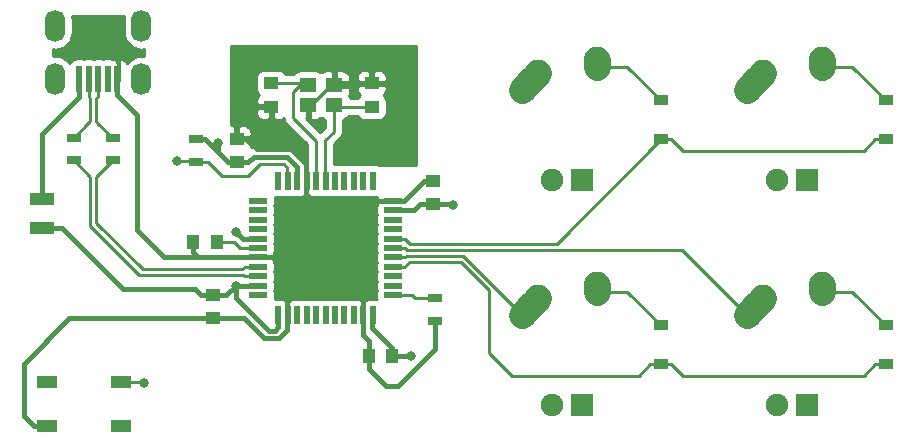
<source format=gbl>
G04 #@! TF.GenerationSoftware,KiCad,Pcbnew,(5.1.2)-1*
G04 #@! TF.CreationDate,2019-06-01T19:46:38-07:00*
G04 #@! TF.ProjectId,ai03-pcb-guide,61693033-2d70-4636-922d-67756964652e,rev?*
G04 #@! TF.SameCoordinates,Original*
G04 #@! TF.FileFunction,Copper,L2,Bot*
G04 #@! TF.FilePolarity,Positive*
%FSLAX46Y46*%
G04 Gerber Fmt 4.6, Leading zero omitted, Abs format (unit mm)*
G04 Created by KiCad (PCBNEW (5.1.2)-1) date 2019-06-01 19:46:38*
%MOMM*%
%LPD*%
G04 APERTURE LIST*
%ADD10R,1.400000X1.200000*%
%ADD11R,1.500000X0.550000*%
%ADD12R,0.550000X1.500000*%
%ADD13R,1.905000X1.905000*%
%ADD14C,1.905000*%
%ADD15C,2.250000*%
%ADD16C,2.250000*%
%ADD17R,1.250000X1.000000*%
%ADD18R,1.000000X1.250000*%
%ADD19R,1.200000X0.900000*%
%ADD20R,2.030000X1.140000*%
%ADD21R,1.300000X0.700000*%
%ADD22R,1.800000X1.100000*%
%ADD23R,0.500000X2.250000*%
%ADD24O,1.700000X2.700000*%
%ADD25C,0.800000*%
%ADD26C,0.254000*%
%ADD27C,0.381000*%
G04 APERTURE END LIST*
D10*
X59647000Y-70192000D03*
X57447000Y-70192000D03*
X57447000Y-68492000D03*
X59647000Y-68492000D03*
D11*
X53228000Y-86296000D03*
X53228000Y-85496000D03*
X53228000Y-84696000D03*
X53228000Y-83896000D03*
X53228000Y-83096000D03*
X53228000Y-82296000D03*
X53228000Y-81496000D03*
X53228000Y-80696000D03*
X53228000Y-79896000D03*
X53228000Y-79096000D03*
X53228000Y-78296000D03*
D12*
X54928000Y-76596000D03*
X55728000Y-76596000D03*
X56528000Y-76596000D03*
X57328000Y-76596000D03*
X58128000Y-76596000D03*
X58928000Y-76596000D03*
X59728000Y-76596000D03*
X60528000Y-76596000D03*
X61328000Y-76596000D03*
X62128000Y-76596000D03*
X62928000Y-76596000D03*
D11*
X64628000Y-78296000D03*
X64628000Y-79096000D03*
X64628000Y-79896000D03*
X64628000Y-80696000D03*
X64628000Y-81496000D03*
X64628000Y-82296000D03*
X64628000Y-83096000D03*
X64628000Y-83896000D03*
X64628000Y-84696000D03*
X64628000Y-85496000D03*
X64628000Y-86296000D03*
D12*
X62928000Y-87996000D03*
X62128000Y-87996000D03*
X61328000Y-87996000D03*
X60528000Y-87996000D03*
X59728000Y-87996000D03*
X58928000Y-87996000D03*
X58128000Y-87996000D03*
X57328000Y-87996000D03*
X56528000Y-87996000D03*
X55728000Y-87996000D03*
X54928000Y-87996000D03*
D13*
X99695000Y-95567500D03*
D14*
X97155000Y-95567500D03*
D15*
X95925000Y-86487500D03*
X95270001Y-87217500D03*
D16*
X94615000Y-87947500D02*
X95925002Y-86487500D01*
D15*
X100965000Y-85407500D03*
X100945000Y-85697500D03*
D16*
X100925000Y-85987500D02*
X100965000Y-85407500D01*
D13*
X80645000Y-95567500D03*
D14*
X78105000Y-95567500D03*
D15*
X76875000Y-86487500D03*
X76220001Y-87217500D03*
D16*
X75565000Y-87947500D02*
X76875002Y-86487500D01*
D15*
X81915000Y-85407500D03*
X81895000Y-85697500D03*
D16*
X81875000Y-85987500D02*
X81915000Y-85407500D01*
D13*
X99695000Y-76517500D03*
D14*
X97155000Y-76517500D03*
D15*
X95925000Y-67437500D03*
X95270001Y-68167500D03*
D16*
X94615000Y-68897500D02*
X95925002Y-67437500D01*
D15*
X100965000Y-66357500D03*
X100945000Y-66647500D03*
D16*
X100925000Y-66937500D02*
X100965000Y-66357500D01*
D13*
X80645000Y-76517500D03*
D14*
X78105000Y-76517500D03*
D15*
X76875000Y-67437500D03*
X76220001Y-68167500D03*
D16*
X75565000Y-68897500D02*
X76875002Y-67437500D01*
D15*
X81915000Y-66357500D03*
X81895000Y-66647500D03*
D16*
X81875000Y-66937500D02*
X81915000Y-66357500D01*
D17*
X62833250Y-70342000D03*
X62833250Y-68342000D03*
X54324250Y-70342000D03*
X54324250Y-68342000D03*
D18*
X47736250Y-81788000D03*
X49736250Y-81788000D03*
D17*
X51403250Y-73041000D03*
X51403250Y-75041000D03*
X68040250Y-78597000D03*
X68040250Y-76597000D03*
D18*
X62595250Y-91440000D03*
X64595250Y-91440000D03*
D17*
X49403000Y-86249000D03*
X49403000Y-88249000D03*
D19*
X87312500Y-73087500D03*
X87312500Y-69787500D03*
X106362500Y-69787500D03*
X106362500Y-73087500D03*
X87312500Y-92137500D03*
X87312500Y-88837500D03*
X106362500Y-88837500D03*
X106362500Y-92137500D03*
D20*
X34925000Y-78175000D03*
X34925000Y-80575000D03*
D21*
X47974250Y-73091000D03*
X47974250Y-74991000D03*
X40894000Y-74864000D03*
X40894000Y-72964000D03*
X37592000Y-72964000D03*
X37592000Y-74864000D03*
X68199000Y-86553000D03*
X68199000Y-88453000D03*
D22*
X35384001Y-97357845D03*
X41584001Y-93657845D03*
X35384001Y-93657845D03*
X41584001Y-97357845D03*
D23*
X41287500Y-68000000D03*
X40487500Y-68000000D03*
X39687500Y-68000000D03*
X38887500Y-68000000D03*
X38087500Y-68000000D03*
D24*
X36037500Y-68000000D03*
X43337500Y-68000000D03*
X43337500Y-63500000D03*
X36037500Y-63500000D03*
D25*
X51308000Y-80899000D03*
X51308000Y-85471000D03*
X49784000Y-73406000D03*
X69723000Y-78613000D03*
X66167000Y-91440000D03*
X43561000Y-93726000D03*
X46355000Y-74930000D03*
D26*
X59765250Y-70342000D02*
X59615250Y-70192000D01*
X62833250Y-70342000D02*
X59765250Y-70342000D01*
X59615250Y-72433000D02*
X58896250Y-73152000D01*
X59615250Y-70192000D02*
X59615250Y-72433000D01*
X58896250Y-76596000D02*
X58896250Y-73152000D01*
D27*
X57415250Y-70192000D02*
X57671600Y-70192000D01*
X59371600Y-68492000D02*
X59615250Y-68492000D01*
D26*
X57671600Y-70192000D02*
X59371600Y-68492000D01*
D27*
X59765250Y-68342000D02*
X59615250Y-68492000D01*
X62833250Y-68342000D02*
X59765250Y-68342000D01*
X59615250Y-68492000D02*
X59615250Y-67362250D01*
X59615250Y-67362250D02*
X59182000Y-66929000D01*
X59182000Y-66929000D02*
X53086000Y-66929000D01*
X53086000Y-66929000D02*
X52705000Y-67310000D01*
X52705000Y-67310000D02*
X52705000Y-69850000D01*
X53197000Y-70342000D02*
X54324250Y-70342000D01*
X52705000Y-69850000D02*
X53197000Y-70342000D01*
X54324250Y-70342000D02*
X54324250Y-71215250D01*
X54324250Y-71215250D02*
X57296250Y-74187250D01*
X57296250Y-74187250D02*
X57296250Y-75311000D01*
X57296250Y-75311000D02*
X57296250Y-76596000D01*
X55696250Y-87996000D02*
X55696250Y-84398250D01*
X54394000Y-83096000D02*
X53196250Y-83096000D01*
X55696250Y-84398250D02*
X54394000Y-83096000D01*
X62096250Y-87996000D02*
X62096250Y-85591250D01*
X60903250Y-84398250D02*
X55696250Y-84398250D01*
X62096250Y-85591250D02*
X60903250Y-84398250D01*
X53196250Y-83096000D02*
X48171000Y-83096000D01*
X47736250Y-82661250D02*
X47736250Y-81788000D01*
X48171000Y-83096000D02*
X47736250Y-82661250D01*
X41287500Y-68000000D02*
X41287500Y-69354500D01*
X41287500Y-69354500D02*
X42926000Y-70993000D01*
X42926000Y-70993000D02*
X42926000Y-80772000D01*
X45250000Y-83096000D02*
X48171000Y-83096000D01*
X42926000Y-80772000D02*
X45250000Y-83096000D01*
X68040250Y-76597000D02*
X67294000Y-76597000D01*
X65595000Y-78296000D02*
X64596250Y-78296000D01*
X67294000Y-76597000D02*
X65595000Y-78296000D01*
X57296250Y-75203250D02*
X57296250Y-75311000D01*
X56007000Y-73914000D02*
X57296250Y-75203250D01*
X53086000Y-73914000D02*
X56007000Y-73914000D01*
X52213000Y-73041000D02*
X53086000Y-73914000D01*
X51403250Y-73041000D02*
X52213000Y-73041000D01*
X52054000Y-88249000D02*
X49403000Y-88249000D01*
X53721000Y-89916000D02*
X52054000Y-88249000D01*
X54991000Y-89916000D02*
X53721000Y-89916000D01*
X55696250Y-89210750D02*
X54991000Y-89916000D01*
X55696250Y-87996000D02*
X55696250Y-89210750D01*
X68199000Y-88453000D02*
X68199000Y-90805000D01*
X68199000Y-90805000D02*
X65024000Y-93980000D01*
X65024000Y-93980000D02*
X64008000Y-93980000D01*
X62595250Y-92567250D02*
X62595250Y-91440000D01*
X64008000Y-93980000D02*
X62595250Y-92567250D01*
X62096250Y-87996000D02*
X62096250Y-89655250D01*
X62595250Y-90154250D02*
X62595250Y-91440000D01*
X62096250Y-89655250D02*
X62595250Y-90154250D01*
X64596250Y-78296000D02*
X62420000Y-78296000D01*
X60903250Y-79812750D02*
X60903250Y-84398250D01*
X62420000Y-78296000D02*
X60903250Y-79812750D01*
X57296250Y-76596000D02*
X57296250Y-77743250D01*
X59365750Y-79812750D02*
X60903250Y-79812750D01*
X57296250Y-77743250D02*
X59365750Y-79812750D01*
X35384001Y-97357845D02*
X34238845Y-97357845D01*
X34238845Y-97357845D02*
X33401000Y-96520000D01*
X33401000Y-96520000D02*
X33401000Y-92075000D01*
X37227000Y-88249000D02*
X49403000Y-88249000D01*
X33401000Y-92075000D02*
X37227000Y-88249000D01*
D26*
X58096250Y-76596000D02*
X58096250Y-73209250D01*
X58096250Y-73209250D02*
X56134000Y-71247000D01*
X56134000Y-71247000D02*
X56134000Y-69088000D01*
X56730000Y-68492000D02*
X57415250Y-68492000D01*
X56134000Y-69088000D02*
X56730000Y-68492000D01*
X57265250Y-68342000D02*
X57415250Y-68492000D01*
X54324250Y-68342000D02*
X57265250Y-68342000D01*
X53196250Y-82296000D02*
X51689000Y-82296000D01*
X51181000Y-81788000D02*
X49736250Y-81788000D01*
X51689000Y-82296000D02*
X51181000Y-81788000D01*
D27*
X62896250Y-87996000D02*
X62896250Y-89058250D01*
X64595250Y-90757250D02*
X64595250Y-91440000D01*
X62896250Y-89058250D02*
X64595250Y-90757250D01*
X53196250Y-81496000D02*
X51905000Y-81496000D01*
X51905000Y-81496000D02*
X51308000Y-80899000D01*
X53171250Y-85471000D02*
X53196250Y-85496000D01*
X51308000Y-85471000D02*
X53171250Y-85471000D01*
X50530000Y-86249000D02*
X51308000Y-85471000D01*
X49403000Y-86249000D02*
X50530000Y-86249000D01*
X54896250Y-88994750D02*
X54896250Y-87996000D01*
X36633000Y-80575000D02*
X34925000Y-80575000D01*
X47863000Y-85725000D02*
X48387000Y-86249000D01*
X41783000Y-85725000D02*
X47863000Y-85725000D01*
X49403000Y-86249000D02*
X48387000Y-86249000D01*
X41783000Y-85725000D02*
X36633000Y-80575000D01*
X66920000Y-78597000D02*
X66421000Y-79096000D01*
X68040250Y-78597000D02*
X66920000Y-78597000D01*
X64596250Y-79096000D02*
X66421000Y-79096000D01*
X56496250Y-75419250D02*
X56496250Y-76596000D01*
X55626000Y-74549000D02*
X56496250Y-75419250D01*
X52832000Y-74549000D02*
X55626000Y-74549000D01*
X51403250Y-75041000D02*
X52340000Y-75041000D01*
X52340000Y-75041000D02*
X52832000Y-74549000D01*
X51403250Y-75041000D02*
X50657000Y-75041000D01*
X48707000Y-73091000D02*
X47974250Y-73091000D01*
X49784000Y-73406000D02*
X49784000Y-74168000D01*
X50657000Y-75041000D02*
X49784000Y-74168000D01*
X49784000Y-74168000D02*
X48707000Y-73091000D01*
X51308000Y-85471000D02*
X51308000Y-86487000D01*
X51308000Y-86487000D02*
X54102000Y-89281000D01*
X54610000Y-89281000D02*
X54896250Y-88994750D01*
X54102000Y-89281000D02*
X54610000Y-89281000D01*
X68040250Y-78597000D02*
X69707000Y-78597000D01*
X69707000Y-78597000D02*
X69723000Y-78613000D01*
X64595250Y-91440000D02*
X66167000Y-91440000D01*
D26*
X88200500Y-73087500D02*
X87312500Y-73087500D01*
X89154000Y-74041000D02*
X88200500Y-73087500D01*
X104521000Y-74041000D02*
X89154000Y-74041000D01*
X106362500Y-73087500D02*
X105474500Y-73087500D01*
X105474500Y-73087500D02*
X104521000Y-74041000D01*
X64596250Y-81496000D02*
X65621000Y-81496000D01*
X65621000Y-81496000D02*
X66040000Y-81915000D01*
X78485000Y-81915000D02*
X87312500Y-73087500D01*
X66040000Y-81915000D02*
X78485000Y-81915000D01*
X84462500Y-66937500D02*
X87312500Y-69787500D01*
X81875000Y-66937500D02*
X84462500Y-66937500D01*
X103512500Y-66937500D02*
X106362500Y-69787500D01*
X100925000Y-66937500D02*
X103512500Y-66937500D01*
X106362500Y-92137500D02*
X105474500Y-92137500D01*
X105474500Y-92137500D02*
X104521000Y-93091000D01*
X104521000Y-93091000D02*
X89154000Y-93091000D01*
X88200500Y-92137500D02*
X87312500Y-92137500D01*
X89154000Y-93091000D02*
X88200500Y-92137500D01*
X86424500Y-92137500D02*
X85471000Y-93091000D01*
X85471000Y-93091000D02*
X74676000Y-93091000D01*
X87312500Y-92137500D02*
X86424500Y-92137500D01*
X64596250Y-83896000D02*
X65583000Y-83896000D01*
X65583000Y-83896000D02*
X66040000Y-83439000D01*
X66040000Y-83439000D02*
X70358000Y-83439000D01*
X72771000Y-85852000D02*
X72771000Y-91186000D01*
X70358000Y-83439000D02*
X72771000Y-85852000D01*
X74676000Y-93091000D02*
X72771000Y-91186000D01*
X84462500Y-85987500D02*
X87312500Y-88837500D01*
X81875000Y-85987500D02*
X84462500Y-85987500D01*
X103512500Y-85987500D02*
X106362500Y-88837500D01*
X100925000Y-85987500D02*
X103512500Y-85987500D01*
D27*
X34925000Y-78175000D02*
X34925000Y-72644000D01*
X38087500Y-69481500D02*
X38087500Y-68000000D01*
X34925000Y-72644000D02*
X38087500Y-69481500D01*
D26*
X64596250Y-83096000D02*
X65621000Y-83096000D01*
X65621000Y-83096000D02*
X65786000Y-82931000D01*
X70548500Y-82931000D02*
X75565000Y-87947500D01*
X65786000Y-82931000D02*
X70548500Y-82931000D01*
X64596250Y-82296000D02*
X65659000Y-82296000D01*
X65659000Y-82296000D02*
X65786000Y-82423000D01*
X89090500Y-82423000D02*
X94615000Y-87947500D01*
X65786000Y-82423000D02*
X89090500Y-82423000D01*
X55696250Y-76596000D02*
X55696250Y-75508250D01*
X55696250Y-75508250D02*
X55372000Y-75184000D01*
X55372000Y-75184000D02*
X53340000Y-75184000D01*
X53340000Y-75184000D02*
X52324000Y-76200000D01*
X52324000Y-76200000D02*
X50165000Y-76200000D01*
X48956000Y-74991000D02*
X47974250Y-74991000D01*
X50165000Y-76200000D02*
X48956000Y-74991000D01*
X41584001Y-93657845D02*
X43492845Y-93657845D01*
X43492845Y-93657845D02*
X43561000Y-93726000D01*
X47913250Y-74930000D02*
X47974250Y-74991000D01*
X46355000Y-74930000D02*
X47913250Y-74930000D01*
X52070000Y-83896000D02*
X53196250Y-83896000D01*
X51892000Y-84074000D02*
X52070000Y-83896000D01*
X43434000Y-84074000D02*
X51892000Y-84074000D01*
X39497000Y-80137000D02*
X43434000Y-84074000D01*
X39497000Y-76261000D02*
X39497000Y-80137000D01*
X40894000Y-74864000D02*
X39497000Y-76261000D01*
X39687500Y-71757500D02*
X40894000Y-72964000D01*
X39687500Y-69469000D02*
X39624000Y-69469000D01*
X39687500Y-68000000D02*
X39687500Y-69469000D01*
X39624000Y-69469000D02*
X39497000Y-69596000D01*
X39497000Y-71567000D02*
X39687500Y-71757500D01*
X39497000Y-69596000D02*
X39497000Y-71567000D01*
X38674000Y-71882000D02*
X37592000Y-72964000D01*
X38989000Y-71567000D02*
X38674000Y-71882000D01*
X38989000Y-69570500D02*
X38989000Y-71567000D01*
X38887500Y-69469000D02*
X38989000Y-69570500D01*
X38887500Y-68000000D02*
X38887500Y-69469000D01*
X52070000Y-84696000D02*
X53196250Y-84696000D01*
X51956000Y-84582000D02*
X52070000Y-84696000D01*
X43116500Y-84582000D02*
X51956000Y-84582000D01*
X38989000Y-80454500D02*
X43116500Y-84582000D01*
X38989000Y-76261000D02*
X38989000Y-80454500D01*
X37592000Y-74864000D02*
X38989000Y-76261000D01*
X64596250Y-86296000D02*
X66230000Y-86296000D01*
X66487000Y-86553000D02*
X68199000Y-86553000D01*
X66230000Y-86296000D02*
X66487000Y-86553000D01*
G36*
X41873987Y-62708889D02*
G01*
X41852500Y-62927050D01*
X41852500Y-64072949D01*
X41873987Y-64291110D01*
X41958901Y-64571033D01*
X42096794Y-64829013D01*
X42282366Y-65055134D01*
X42508486Y-65240706D01*
X42766466Y-65378599D01*
X43046389Y-65463513D01*
X43337500Y-65492185D01*
X43529250Y-65473299D01*
X43529250Y-66026701D01*
X43337500Y-66007815D01*
X43046390Y-66036487D01*
X42766467Y-66121401D01*
X42508487Y-66259294D01*
X42282367Y-66444866D01*
X42127623Y-66633421D01*
X42071906Y-66526366D01*
X41993623Y-66428807D01*
X41897811Y-66348396D01*
X41788152Y-66288221D01*
X41668861Y-66250596D01*
X41569250Y-66240000D01*
X41410500Y-66398750D01*
X41410500Y-67873000D01*
X41434500Y-67873000D01*
X41434500Y-68127000D01*
X41410500Y-68127000D01*
X41410500Y-68147000D01*
X41375572Y-68147000D01*
X41375572Y-66875000D01*
X41363312Y-66750518D01*
X41327002Y-66630820D01*
X41268037Y-66520506D01*
X41188685Y-66423815D01*
X41164500Y-66403967D01*
X41164500Y-66398750D01*
X41005750Y-66240000D01*
X40906139Y-66250596D01*
X40886766Y-66256706D01*
X40861982Y-66249188D01*
X40737500Y-66236928D01*
X40237500Y-66236928D01*
X40113018Y-66249188D01*
X40087500Y-66256929D01*
X40061982Y-66249188D01*
X39937500Y-66236928D01*
X39437500Y-66236928D01*
X39313018Y-66249188D01*
X39287500Y-66256929D01*
X39261982Y-66249188D01*
X39137500Y-66236928D01*
X38637500Y-66236928D01*
X38513018Y-66249188D01*
X38487500Y-66256929D01*
X38461982Y-66249188D01*
X38337500Y-66236928D01*
X37837500Y-66236928D01*
X37713018Y-66249188D01*
X37593320Y-66285498D01*
X37483006Y-66344463D01*
X37386315Y-66423815D01*
X37306963Y-66520506D01*
X37247998Y-66630820D01*
X37247254Y-66633271D01*
X37092634Y-66444866D01*
X36866514Y-66259294D01*
X36608534Y-66121401D01*
X36328611Y-66036487D01*
X36037500Y-66007815D01*
X35845750Y-66026701D01*
X35845750Y-65473299D01*
X36037500Y-65492185D01*
X36328610Y-65463513D01*
X36608533Y-65378599D01*
X36866513Y-65240706D01*
X37092634Y-65055134D01*
X37278206Y-64829014D01*
X37416099Y-64571034D01*
X37501013Y-64291111D01*
X37522500Y-64072950D01*
X37522500Y-62927050D01*
X37501013Y-62708889D01*
X37474807Y-62622500D01*
X41900193Y-62622500D01*
X41873987Y-62708889D01*
X41873987Y-62708889D01*
G37*
X41873987Y-62708889D02*
X41852500Y-62927050D01*
X41852500Y-64072949D01*
X41873987Y-64291110D01*
X41958901Y-64571033D01*
X42096794Y-64829013D01*
X42282366Y-65055134D01*
X42508486Y-65240706D01*
X42766466Y-65378599D01*
X43046389Y-65463513D01*
X43337500Y-65492185D01*
X43529250Y-65473299D01*
X43529250Y-66026701D01*
X43337500Y-66007815D01*
X43046390Y-66036487D01*
X42766467Y-66121401D01*
X42508487Y-66259294D01*
X42282367Y-66444866D01*
X42127623Y-66633421D01*
X42071906Y-66526366D01*
X41993623Y-66428807D01*
X41897811Y-66348396D01*
X41788152Y-66288221D01*
X41668861Y-66250596D01*
X41569250Y-66240000D01*
X41410500Y-66398750D01*
X41410500Y-67873000D01*
X41434500Y-67873000D01*
X41434500Y-68127000D01*
X41410500Y-68127000D01*
X41410500Y-68147000D01*
X41375572Y-68147000D01*
X41375572Y-66875000D01*
X41363312Y-66750518D01*
X41327002Y-66630820D01*
X41268037Y-66520506D01*
X41188685Y-66423815D01*
X41164500Y-66403967D01*
X41164500Y-66398750D01*
X41005750Y-66240000D01*
X40906139Y-66250596D01*
X40886766Y-66256706D01*
X40861982Y-66249188D01*
X40737500Y-66236928D01*
X40237500Y-66236928D01*
X40113018Y-66249188D01*
X40087500Y-66256929D01*
X40061982Y-66249188D01*
X39937500Y-66236928D01*
X39437500Y-66236928D01*
X39313018Y-66249188D01*
X39287500Y-66256929D01*
X39261982Y-66249188D01*
X39137500Y-66236928D01*
X38637500Y-66236928D01*
X38513018Y-66249188D01*
X38487500Y-66256929D01*
X38461982Y-66249188D01*
X38337500Y-66236928D01*
X37837500Y-66236928D01*
X37713018Y-66249188D01*
X37593320Y-66285498D01*
X37483006Y-66344463D01*
X37386315Y-66423815D01*
X37306963Y-66520506D01*
X37247998Y-66630820D01*
X37247254Y-66633271D01*
X37092634Y-66444866D01*
X36866514Y-66259294D01*
X36608534Y-66121401D01*
X36328611Y-66036487D01*
X36037500Y-66007815D01*
X35845750Y-66026701D01*
X35845750Y-65473299D01*
X36037500Y-65492185D01*
X36328610Y-65463513D01*
X36608533Y-65378599D01*
X36866513Y-65240706D01*
X37092634Y-65055134D01*
X37278206Y-64829014D01*
X37416099Y-64571034D01*
X37501013Y-64291111D01*
X37522500Y-64072950D01*
X37522500Y-62927050D01*
X37501013Y-62708889D01*
X37474807Y-62622500D01*
X41900193Y-62622500D01*
X41873987Y-62708889D01*
G36*
X66548000Y-75279250D02*
G01*
X63489745Y-75279250D01*
X63447180Y-75256498D01*
X63327482Y-75220188D01*
X63203000Y-75207928D01*
X62653000Y-75207928D01*
X62528518Y-75220188D01*
X62528000Y-75220345D01*
X62527482Y-75220188D01*
X62403000Y-75207928D01*
X61853000Y-75207928D01*
X61728518Y-75220188D01*
X61728000Y-75220345D01*
X61727482Y-75220188D01*
X61603000Y-75207928D01*
X61053000Y-75207928D01*
X60928518Y-75220188D01*
X60928000Y-75220345D01*
X60927482Y-75220188D01*
X60803000Y-75207928D01*
X60253000Y-75207928D01*
X60128518Y-75220188D01*
X60128000Y-75220345D01*
X60127482Y-75220188D01*
X60003000Y-75207928D01*
X59658250Y-75207928D01*
X59658250Y-73467630D01*
X60127596Y-72998284D01*
X60156672Y-72974422D01*
X60217107Y-72900781D01*
X60251895Y-72858393D01*
X60291735Y-72783857D01*
X60322652Y-72726015D01*
X60366224Y-72582378D01*
X60377250Y-72470426D01*
X60377250Y-72470423D01*
X60380936Y-72433000D01*
X60377250Y-72395577D01*
X60377250Y-71427093D01*
X60471482Y-71417812D01*
X60591180Y-71381502D01*
X60701494Y-71322537D01*
X60798185Y-71243185D01*
X60877537Y-71146494D01*
X60900251Y-71104000D01*
X61628273Y-71104000D01*
X61677713Y-71196494D01*
X61757065Y-71293185D01*
X61853756Y-71372537D01*
X61964070Y-71431502D01*
X62083768Y-71467812D01*
X62208250Y-71480072D01*
X63458250Y-71480072D01*
X63582732Y-71467812D01*
X63702430Y-71431502D01*
X63812744Y-71372537D01*
X63909435Y-71293185D01*
X63988787Y-71196494D01*
X64047752Y-71086180D01*
X64084062Y-70966482D01*
X64096322Y-70842000D01*
X64096322Y-69842000D01*
X64084062Y-69717518D01*
X64047752Y-69597820D01*
X63988787Y-69487506D01*
X63909435Y-69390815D01*
X63849954Y-69342000D01*
X63909435Y-69293185D01*
X63988787Y-69196494D01*
X64047752Y-69086180D01*
X64084062Y-68966482D01*
X64096322Y-68842000D01*
X64093250Y-68627750D01*
X63934500Y-68469000D01*
X62960250Y-68469000D01*
X62960250Y-68489000D01*
X62706250Y-68489000D01*
X62706250Y-68469000D01*
X61732000Y-68469000D01*
X61573250Y-68627750D01*
X61570178Y-68842000D01*
X61582438Y-68966482D01*
X61618748Y-69086180D01*
X61677713Y-69196494D01*
X61757065Y-69293185D01*
X61816546Y-69342000D01*
X61757065Y-69390815D01*
X61677713Y-69487506D01*
X61628273Y-69580000D01*
X60983890Y-69580000D01*
X60972812Y-69467518D01*
X60936502Y-69347820D01*
X60933391Y-69342000D01*
X60936502Y-69336180D01*
X60972812Y-69216482D01*
X60985072Y-69092000D01*
X60982000Y-68777750D01*
X60823250Y-68619000D01*
X59774000Y-68619000D01*
X59774000Y-68639000D01*
X59520000Y-68639000D01*
X59520000Y-68619000D01*
X59500000Y-68619000D01*
X59500000Y-68365000D01*
X59520000Y-68365000D01*
X59520000Y-67415750D01*
X59774000Y-67415750D01*
X59774000Y-68365000D01*
X60823250Y-68365000D01*
X60982000Y-68206250D01*
X60985072Y-67892000D01*
X60980148Y-67842000D01*
X61570178Y-67842000D01*
X61573250Y-68056250D01*
X61732000Y-68215000D01*
X62706250Y-68215000D01*
X62706250Y-67365750D01*
X62960250Y-67365750D01*
X62960250Y-68215000D01*
X63934500Y-68215000D01*
X64093250Y-68056250D01*
X64096322Y-67842000D01*
X64084062Y-67717518D01*
X64047752Y-67597820D01*
X63988787Y-67487506D01*
X63909435Y-67390815D01*
X63812744Y-67311463D01*
X63702430Y-67252498D01*
X63582732Y-67216188D01*
X63458250Y-67203928D01*
X63119000Y-67207000D01*
X62960250Y-67365750D01*
X62706250Y-67365750D01*
X62547500Y-67207000D01*
X62208250Y-67203928D01*
X62083768Y-67216188D01*
X61964070Y-67252498D01*
X61853756Y-67311463D01*
X61757065Y-67390815D01*
X61677713Y-67487506D01*
X61618748Y-67597820D01*
X61582438Y-67717518D01*
X61570178Y-67842000D01*
X60980148Y-67842000D01*
X60972812Y-67767518D01*
X60936502Y-67647820D01*
X60877537Y-67537506D01*
X60798185Y-67440815D01*
X60701494Y-67361463D01*
X60591180Y-67302498D01*
X60471482Y-67266188D01*
X60347000Y-67253928D01*
X59932750Y-67257000D01*
X59774000Y-67415750D01*
X59520000Y-67415750D01*
X59361250Y-67257000D01*
X58947000Y-67253928D01*
X58822518Y-67266188D01*
X58702820Y-67302498D01*
X58592506Y-67361463D01*
X58547000Y-67398809D01*
X58501494Y-67361463D01*
X58391180Y-67302498D01*
X58271482Y-67266188D01*
X58147000Y-67253928D01*
X56747000Y-67253928D01*
X56622518Y-67266188D01*
X56502820Y-67302498D01*
X56392506Y-67361463D01*
X56295815Y-67440815D01*
X56216463Y-67537506D01*
X56193749Y-67580000D01*
X55529227Y-67580000D01*
X55479787Y-67487506D01*
X55400435Y-67390815D01*
X55303744Y-67311463D01*
X55193430Y-67252498D01*
X55073732Y-67216188D01*
X54949250Y-67203928D01*
X53699250Y-67203928D01*
X53574768Y-67216188D01*
X53455070Y-67252498D01*
X53344756Y-67311463D01*
X53248065Y-67390815D01*
X53168713Y-67487506D01*
X53109748Y-67597820D01*
X53073438Y-67717518D01*
X53061178Y-67842000D01*
X53061178Y-68842000D01*
X53073438Y-68966482D01*
X53109748Y-69086180D01*
X53168713Y-69196494D01*
X53248065Y-69293185D01*
X53307546Y-69342000D01*
X53248065Y-69390815D01*
X53168713Y-69487506D01*
X53109748Y-69597820D01*
X53073438Y-69717518D01*
X53061178Y-69842000D01*
X53064250Y-70056250D01*
X53223000Y-70215000D01*
X54197250Y-70215000D01*
X54197250Y-70195000D01*
X54451250Y-70195000D01*
X54451250Y-70215000D01*
X54471250Y-70215000D01*
X54471250Y-70469000D01*
X54451250Y-70469000D01*
X54451250Y-71318250D01*
X54610000Y-71477000D01*
X54949250Y-71480072D01*
X55073732Y-71467812D01*
X55193430Y-71431502D01*
X55303744Y-71372537D01*
X55374925Y-71314121D01*
X55383026Y-71396377D01*
X55426598Y-71540014D01*
X55426599Y-71540015D01*
X55497355Y-71672392D01*
X55536983Y-71720678D01*
X55592578Y-71788422D01*
X55621654Y-71812284D01*
X57334251Y-73524881D01*
X57334250Y-75279250D01*
X57311956Y-75279250D01*
X57309806Y-75257424D01*
X57262603Y-75101816D01*
X57185949Y-74958408D01*
X57082791Y-74832709D01*
X57051290Y-74806857D01*
X56238398Y-73993966D01*
X56212541Y-73962459D01*
X56086842Y-73859301D01*
X55943434Y-73782647D01*
X55787826Y-73735444D01*
X55666553Y-73723500D01*
X55666550Y-73723500D01*
X55626000Y-73719506D01*
X55585450Y-73723500D01*
X52872550Y-73723500D01*
X52831999Y-73719506D01*
X52791449Y-73723500D01*
X52791447Y-73723500D01*
X52670174Y-73735444D01*
X52629056Y-73747917D01*
X52654062Y-73665482D01*
X52666322Y-73541000D01*
X52663250Y-73326750D01*
X52504500Y-73168000D01*
X51530250Y-73168000D01*
X51530250Y-73188000D01*
X51276250Y-73188000D01*
X51276250Y-73168000D01*
X51256250Y-73168000D01*
X51256250Y-72914000D01*
X51276250Y-72914000D01*
X51276250Y-72064750D01*
X51530250Y-72064750D01*
X51530250Y-72914000D01*
X52504500Y-72914000D01*
X52663250Y-72755250D01*
X52666322Y-72541000D01*
X52654062Y-72416518D01*
X52617752Y-72296820D01*
X52558787Y-72186506D01*
X52479435Y-72089815D01*
X52382744Y-72010463D01*
X52272430Y-71951498D01*
X52152732Y-71915188D01*
X52028250Y-71902928D01*
X51689000Y-71906000D01*
X51530250Y-72064750D01*
X51276250Y-72064750D01*
X51117500Y-71906000D01*
X50927000Y-71904275D01*
X50927000Y-70842000D01*
X53061178Y-70842000D01*
X53073438Y-70966482D01*
X53109748Y-71086180D01*
X53168713Y-71196494D01*
X53248065Y-71293185D01*
X53344756Y-71372537D01*
X53455070Y-71431502D01*
X53574768Y-71467812D01*
X53699250Y-71480072D01*
X54038500Y-71477000D01*
X54197250Y-71318250D01*
X54197250Y-70469000D01*
X53223000Y-70469000D01*
X53064250Y-70627750D01*
X53061178Y-70842000D01*
X50927000Y-70842000D01*
X50927000Y-65214500D01*
X66548000Y-65214500D01*
X66548000Y-75279250D01*
X66548000Y-75279250D01*
G37*
X66548000Y-75279250D02*
X63489745Y-75279250D01*
X63447180Y-75256498D01*
X63327482Y-75220188D01*
X63203000Y-75207928D01*
X62653000Y-75207928D01*
X62528518Y-75220188D01*
X62528000Y-75220345D01*
X62527482Y-75220188D01*
X62403000Y-75207928D01*
X61853000Y-75207928D01*
X61728518Y-75220188D01*
X61728000Y-75220345D01*
X61727482Y-75220188D01*
X61603000Y-75207928D01*
X61053000Y-75207928D01*
X60928518Y-75220188D01*
X60928000Y-75220345D01*
X60927482Y-75220188D01*
X60803000Y-75207928D01*
X60253000Y-75207928D01*
X60128518Y-75220188D01*
X60128000Y-75220345D01*
X60127482Y-75220188D01*
X60003000Y-75207928D01*
X59658250Y-75207928D01*
X59658250Y-73467630D01*
X60127596Y-72998284D01*
X60156672Y-72974422D01*
X60217107Y-72900781D01*
X60251895Y-72858393D01*
X60291735Y-72783857D01*
X60322652Y-72726015D01*
X60366224Y-72582378D01*
X60377250Y-72470426D01*
X60377250Y-72470423D01*
X60380936Y-72433000D01*
X60377250Y-72395577D01*
X60377250Y-71427093D01*
X60471482Y-71417812D01*
X60591180Y-71381502D01*
X60701494Y-71322537D01*
X60798185Y-71243185D01*
X60877537Y-71146494D01*
X60900251Y-71104000D01*
X61628273Y-71104000D01*
X61677713Y-71196494D01*
X61757065Y-71293185D01*
X61853756Y-71372537D01*
X61964070Y-71431502D01*
X62083768Y-71467812D01*
X62208250Y-71480072D01*
X63458250Y-71480072D01*
X63582732Y-71467812D01*
X63702430Y-71431502D01*
X63812744Y-71372537D01*
X63909435Y-71293185D01*
X63988787Y-71196494D01*
X64047752Y-71086180D01*
X64084062Y-70966482D01*
X64096322Y-70842000D01*
X64096322Y-69842000D01*
X64084062Y-69717518D01*
X64047752Y-69597820D01*
X63988787Y-69487506D01*
X63909435Y-69390815D01*
X63849954Y-69342000D01*
X63909435Y-69293185D01*
X63988787Y-69196494D01*
X64047752Y-69086180D01*
X64084062Y-68966482D01*
X64096322Y-68842000D01*
X64093250Y-68627750D01*
X63934500Y-68469000D01*
X62960250Y-68469000D01*
X62960250Y-68489000D01*
X62706250Y-68489000D01*
X62706250Y-68469000D01*
X61732000Y-68469000D01*
X61573250Y-68627750D01*
X61570178Y-68842000D01*
X61582438Y-68966482D01*
X61618748Y-69086180D01*
X61677713Y-69196494D01*
X61757065Y-69293185D01*
X61816546Y-69342000D01*
X61757065Y-69390815D01*
X61677713Y-69487506D01*
X61628273Y-69580000D01*
X60983890Y-69580000D01*
X60972812Y-69467518D01*
X60936502Y-69347820D01*
X60933391Y-69342000D01*
X60936502Y-69336180D01*
X60972812Y-69216482D01*
X60985072Y-69092000D01*
X60982000Y-68777750D01*
X60823250Y-68619000D01*
X59774000Y-68619000D01*
X59774000Y-68639000D01*
X59520000Y-68639000D01*
X59520000Y-68619000D01*
X59500000Y-68619000D01*
X59500000Y-68365000D01*
X59520000Y-68365000D01*
X59520000Y-67415750D01*
X59774000Y-67415750D01*
X59774000Y-68365000D01*
X60823250Y-68365000D01*
X60982000Y-68206250D01*
X60985072Y-67892000D01*
X60980148Y-67842000D01*
X61570178Y-67842000D01*
X61573250Y-68056250D01*
X61732000Y-68215000D01*
X62706250Y-68215000D01*
X62706250Y-67365750D01*
X62960250Y-67365750D01*
X62960250Y-68215000D01*
X63934500Y-68215000D01*
X64093250Y-68056250D01*
X64096322Y-67842000D01*
X64084062Y-67717518D01*
X64047752Y-67597820D01*
X63988787Y-67487506D01*
X63909435Y-67390815D01*
X63812744Y-67311463D01*
X63702430Y-67252498D01*
X63582732Y-67216188D01*
X63458250Y-67203928D01*
X63119000Y-67207000D01*
X62960250Y-67365750D01*
X62706250Y-67365750D01*
X62547500Y-67207000D01*
X62208250Y-67203928D01*
X62083768Y-67216188D01*
X61964070Y-67252498D01*
X61853756Y-67311463D01*
X61757065Y-67390815D01*
X61677713Y-67487506D01*
X61618748Y-67597820D01*
X61582438Y-67717518D01*
X61570178Y-67842000D01*
X60980148Y-67842000D01*
X60972812Y-67767518D01*
X60936502Y-67647820D01*
X60877537Y-67537506D01*
X60798185Y-67440815D01*
X60701494Y-67361463D01*
X60591180Y-67302498D01*
X60471482Y-67266188D01*
X60347000Y-67253928D01*
X59932750Y-67257000D01*
X59774000Y-67415750D01*
X59520000Y-67415750D01*
X59361250Y-67257000D01*
X58947000Y-67253928D01*
X58822518Y-67266188D01*
X58702820Y-67302498D01*
X58592506Y-67361463D01*
X58547000Y-67398809D01*
X58501494Y-67361463D01*
X58391180Y-67302498D01*
X58271482Y-67266188D01*
X58147000Y-67253928D01*
X56747000Y-67253928D01*
X56622518Y-67266188D01*
X56502820Y-67302498D01*
X56392506Y-67361463D01*
X56295815Y-67440815D01*
X56216463Y-67537506D01*
X56193749Y-67580000D01*
X55529227Y-67580000D01*
X55479787Y-67487506D01*
X55400435Y-67390815D01*
X55303744Y-67311463D01*
X55193430Y-67252498D01*
X55073732Y-67216188D01*
X54949250Y-67203928D01*
X53699250Y-67203928D01*
X53574768Y-67216188D01*
X53455070Y-67252498D01*
X53344756Y-67311463D01*
X53248065Y-67390815D01*
X53168713Y-67487506D01*
X53109748Y-67597820D01*
X53073438Y-67717518D01*
X53061178Y-67842000D01*
X53061178Y-68842000D01*
X53073438Y-68966482D01*
X53109748Y-69086180D01*
X53168713Y-69196494D01*
X53248065Y-69293185D01*
X53307546Y-69342000D01*
X53248065Y-69390815D01*
X53168713Y-69487506D01*
X53109748Y-69597820D01*
X53073438Y-69717518D01*
X53061178Y-69842000D01*
X53064250Y-70056250D01*
X53223000Y-70215000D01*
X54197250Y-70215000D01*
X54197250Y-70195000D01*
X54451250Y-70195000D01*
X54451250Y-70215000D01*
X54471250Y-70215000D01*
X54471250Y-70469000D01*
X54451250Y-70469000D01*
X54451250Y-71318250D01*
X54610000Y-71477000D01*
X54949250Y-71480072D01*
X55073732Y-71467812D01*
X55193430Y-71431502D01*
X55303744Y-71372537D01*
X55374925Y-71314121D01*
X55383026Y-71396377D01*
X55426598Y-71540014D01*
X55426599Y-71540015D01*
X55497355Y-71672392D01*
X55536983Y-71720678D01*
X55592578Y-71788422D01*
X55621654Y-71812284D01*
X57334251Y-73524881D01*
X57334250Y-75279250D01*
X57311956Y-75279250D01*
X57309806Y-75257424D01*
X57262603Y-75101816D01*
X57185949Y-74958408D01*
X57082791Y-74832709D01*
X57051290Y-74806857D01*
X56238398Y-73993966D01*
X56212541Y-73962459D01*
X56086842Y-73859301D01*
X55943434Y-73782647D01*
X55787826Y-73735444D01*
X55666553Y-73723500D01*
X55666550Y-73723500D01*
X55626000Y-73719506D01*
X55585450Y-73723500D01*
X52872550Y-73723500D01*
X52831999Y-73719506D01*
X52791449Y-73723500D01*
X52791447Y-73723500D01*
X52670174Y-73735444D01*
X52629056Y-73747917D01*
X52654062Y-73665482D01*
X52666322Y-73541000D01*
X52663250Y-73326750D01*
X52504500Y-73168000D01*
X51530250Y-73168000D01*
X51530250Y-73188000D01*
X51276250Y-73188000D01*
X51276250Y-73168000D01*
X51256250Y-73168000D01*
X51256250Y-72914000D01*
X51276250Y-72914000D01*
X51276250Y-72064750D01*
X51530250Y-72064750D01*
X51530250Y-72914000D01*
X52504500Y-72914000D01*
X52663250Y-72755250D01*
X52666322Y-72541000D01*
X52654062Y-72416518D01*
X52617752Y-72296820D01*
X52558787Y-72186506D01*
X52479435Y-72089815D01*
X52382744Y-72010463D01*
X52272430Y-71951498D01*
X52152732Y-71915188D01*
X52028250Y-71902928D01*
X51689000Y-71906000D01*
X51530250Y-72064750D01*
X51276250Y-72064750D01*
X51117500Y-71906000D01*
X50927000Y-71904275D01*
X50927000Y-70842000D01*
X53061178Y-70842000D01*
X53073438Y-70966482D01*
X53109748Y-71086180D01*
X53168713Y-71196494D01*
X53248065Y-71293185D01*
X53344756Y-71372537D01*
X53455070Y-71431502D01*
X53574768Y-71467812D01*
X53699250Y-71480072D01*
X54038500Y-71477000D01*
X54197250Y-71318250D01*
X54197250Y-70469000D01*
X53223000Y-70469000D01*
X53064250Y-70627750D01*
X53061178Y-70842000D01*
X50927000Y-70842000D01*
X50927000Y-65214500D01*
X66548000Y-65214500D01*
X66548000Y-75279250D01*
G36*
X57574000Y-70065000D02*
G01*
X57594000Y-70065000D01*
X57594000Y-70319000D01*
X57574000Y-70319000D01*
X57574000Y-71268250D01*
X57732750Y-71427000D01*
X58147000Y-71430072D01*
X58271482Y-71417812D01*
X58391180Y-71381502D01*
X58501494Y-71322537D01*
X58547000Y-71285191D01*
X58592506Y-71322537D01*
X58702820Y-71381502D01*
X58822518Y-71417812D01*
X58853251Y-71420839D01*
X58853251Y-72117369D01*
X58467625Y-72502995D01*
X57276440Y-71311810D01*
X57320000Y-71268250D01*
X57320000Y-70319000D01*
X57300000Y-70319000D01*
X57300000Y-70065000D01*
X57320000Y-70065000D01*
X57320000Y-70045000D01*
X57574000Y-70045000D01*
X57574000Y-70065000D01*
X57574000Y-70065000D01*
G37*
X57574000Y-70065000D02*
X57594000Y-70065000D01*
X57594000Y-70319000D01*
X57574000Y-70319000D01*
X57574000Y-71268250D01*
X57732750Y-71427000D01*
X58147000Y-71430072D01*
X58271482Y-71417812D01*
X58391180Y-71381502D01*
X58501494Y-71322537D01*
X58547000Y-71285191D01*
X58592506Y-71322537D01*
X58702820Y-71381502D01*
X58822518Y-71417812D01*
X58853251Y-71420839D01*
X58853251Y-72117369D01*
X58467625Y-72502995D01*
X57276440Y-71311810D01*
X57320000Y-71268250D01*
X57320000Y-70319000D01*
X57300000Y-70319000D01*
X57300000Y-70065000D01*
X57320000Y-70065000D01*
X57320000Y-70045000D01*
X57574000Y-70045000D01*
X57574000Y-70065000D01*
G36*
X57613750Y-77981000D02*
G01*
X57727337Y-77971454D01*
X57728518Y-77971812D01*
X57853000Y-77984072D01*
X58403000Y-77984072D01*
X58527482Y-77971812D01*
X58528000Y-77971655D01*
X58528518Y-77971812D01*
X58653000Y-77984072D01*
X59203000Y-77984072D01*
X59327482Y-77971812D01*
X59328000Y-77971655D01*
X59328518Y-77971812D01*
X59453000Y-77984072D01*
X60003000Y-77984072D01*
X60127482Y-77971812D01*
X60128000Y-77971655D01*
X60128518Y-77971812D01*
X60253000Y-77984072D01*
X60803000Y-77984072D01*
X60927482Y-77971812D01*
X60928000Y-77971655D01*
X60928518Y-77971812D01*
X61053000Y-77984072D01*
X61603000Y-77984072D01*
X61727482Y-77971812D01*
X61728000Y-77971655D01*
X61728518Y-77971812D01*
X61853000Y-77984072D01*
X62403000Y-77984072D01*
X62527482Y-77971812D01*
X62528000Y-77971655D01*
X62528518Y-77971812D01*
X62653000Y-77984072D01*
X63203000Y-77984072D01*
X63245552Y-77979881D01*
X63243000Y-78010250D01*
X63373000Y-78140250D01*
X63373000Y-78435389D01*
X63347463Y-78466506D01*
X63335083Y-78489667D01*
X63243000Y-78581750D01*
X63252546Y-78695337D01*
X63252188Y-78696518D01*
X63239928Y-78821000D01*
X63239928Y-79371000D01*
X63252188Y-79495482D01*
X63252345Y-79496000D01*
X63252188Y-79496518D01*
X63239928Y-79621000D01*
X63239928Y-80171000D01*
X63252188Y-80295482D01*
X63252345Y-80296000D01*
X63252188Y-80296518D01*
X63239928Y-80421000D01*
X63239928Y-80971000D01*
X63252188Y-81095482D01*
X63252345Y-81096000D01*
X63252188Y-81096518D01*
X63239928Y-81221000D01*
X63239928Y-81771000D01*
X63252188Y-81895482D01*
X63252345Y-81896000D01*
X63252188Y-81896518D01*
X63239928Y-82021000D01*
X63239928Y-82571000D01*
X63252188Y-82695482D01*
X63252345Y-82696000D01*
X63252188Y-82696518D01*
X63239928Y-82821000D01*
X63239928Y-83371000D01*
X63252188Y-83495482D01*
X63252345Y-83496000D01*
X63252188Y-83496518D01*
X63239928Y-83621000D01*
X63239928Y-84171000D01*
X63252188Y-84295482D01*
X63252345Y-84296000D01*
X63252188Y-84296518D01*
X63239928Y-84421000D01*
X63239928Y-84971000D01*
X63252188Y-85095482D01*
X63252345Y-85096000D01*
X63252188Y-85096518D01*
X63239928Y-85221000D01*
X63239928Y-85771000D01*
X63252188Y-85895482D01*
X63252345Y-85896000D01*
X63252188Y-85896518D01*
X63239928Y-86021000D01*
X63239928Y-86571000D01*
X63243962Y-86611962D01*
X63203000Y-86607928D01*
X62653000Y-86607928D01*
X62528518Y-86620188D01*
X62527337Y-86620546D01*
X62413750Y-86611000D01*
X62321667Y-86703083D01*
X62298506Y-86715463D01*
X62201815Y-86794815D01*
X62128000Y-86884759D01*
X62054185Y-86794815D01*
X61957494Y-86715463D01*
X61934333Y-86703083D01*
X61842250Y-86611000D01*
X61728663Y-86620546D01*
X61727482Y-86620188D01*
X61603000Y-86607928D01*
X61053000Y-86607928D01*
X60928518Y-86620188D01*
X60928000Y-86620345D01*
X60927482Y-86620188D01*
X60803000Y-86607928D01*
X60253000Y-86607928D01*
X60128518Y-86620188D01*
X60128000Y-86620345D01*
X60127482Y-86620188D01*
X60003000Y-86607928D01*
X59453000Y-86607928D01*
X59328518Y-86620188D01*
X59328000Y-86620345D01*
X59327482Y-86620188D01*
X59203000Y-86607928D01*
X58653000Y-86607928D01*
X58528518Y-86620188D01*
X58528000Y-86620345D01*
X58527482Y-86620188D01*
X58403000Y-86607928D01*
X57853000Y-86607928D01*
X57728518Y-86620188D01*
X57728000Y-86620345D01*
X57727482Y-86620188D01*
X57603000Y-86607928D01*
X57053000Y-86607928D01*
X56928518Y-86620188D01*
X56928000Y-86620345D01*
X56927482Y-86620188D01*
X56803000Y-86607928D01*
X56253000Y-86607928D01*
X56128518Y-86620188D01*
X56127337Y-86620546D01*
X56013750Y-86611000D01*
X55921667Y-86703083D01*
X55898506Y-86715463D01*
X55801815Y-86794815D01*
X55728000Y-86884759D01*
X55654185Y-86794815D01*
X55557494Y-86715463D01*
X55534333Y-86703083D01*
X55442250Y-86611000D01*
X55328663Y-86620546D01*
X55327482Y-86620188D01*
X55203000Y-86607928D01*
X54653000Y-86607928D01*
X54612038Y-86611962D01*
X54616072Y-86571000D01*
X54616072Y-86021000D01*
X54603812Y-85896518D01*
X54603655Y-85896000D01*
X54603812Y-85895482D01*
X54616072Y-85771000D01*
X54616072Y-85221000D01*
X54603812Y-85096518D01*
X54603655Y-85096000D01*
X54603812Y-85095482D01*
X54616072Y-84971000D01*
X54616072Y-84421000D01*
X54603812Y-84296518D01*
X54603655Y-84296000D01*
X54603812Y-84295482D01*
X54616072Y-84171000D01*
X54616072Y-83621000D01*
X54603812Y-83496518D01*
X54603454Y-83495337D01*
X54613000Y-83381750D01*
X54520917Y-83289667D01*
X54508537Y-83266506D01*
X54429185Y-83169815D01*
X54339241Y-83096000D01*
X54429185Y-83022185D01*
X54508537Y-82925494D01*
X54520917Y-82902333D01*
X54613000Y-82810250D01*
X54603454Y-82696663D01*
X54603812Y-82695482D01*
X54616072Y-82571000D01*
X54616072Y-82021000D01*
X54603812Y-81896518D01*
X54603655Y-81896000D01*
X54603812Y-81895482D01*
X54616072Y-81771000D01*
X54616072Y-81221000D01*
X54603812Y-81096518D01*
X54603655Y-81096000D01*
X54603812Y-81095482D01*
X54616072Y-80971000D01*
X54616072Y-80421000D01*
X54603812Y-80296518D01*
X54603655Y-80296000D01*
X54603812Y-80295482D01*
X54616072Y-80171000D01*
X54616072Y-79621000D01*
X54603812Y-79496518D01*
X54603655Y-79496000D01*
X54603812Y-79495482D01*
X54616072Y-79371000D01*
X54616072Y-78821000D01*
X54603812Y-78696518D01*
X54603655Y-78696000D01*
X54603812Y-78695482D01*
X54616072Y-78571000D01*
X54616072Y-78021000D01*
X54612038Y-77980038D01*
X54653000Y-77984072D01*
X55203000Y-77984072D01*
X55327482Y-77971812D01*
X55328000Y-77971655D01*
X55328518Y-77971812D01*
X55453000Y-77984072D01*
X56003000Y-77984072D01*
X56127482Y-77971812D01*
X56128000Y-77971655D01*
X56128518Y-77971812D01*
X56253000Y-77984072D01*
X56803000Y-77984072D01*
X56927482Y-77971812D01*
X56928663Y-77971454D01*
X57042250Y-77981000D01*
X57108750Y-77914500D01*
X57547250Y-77914500D01*
X57613750Y-77981000D01*
X57613750Y-77981000D01*
G37*
X57613750Y-77981000D02*
X57727337Y-77971454D01*
X57728518Y-77971812D01*
X57853000Y-77984072D01*
X58403000Y-77984072D01*
X58527482Y-77971812D01*
X58528000Y-77971655D01*
X58528518Y-77971812D01*
X58653000Y-77984072D01*
X59203000Y-77984072D01*
X59327482Y-77971812D01*
X59328000Y-77971655D01*
X59328518Y-77971812D01*
X59453000Y-77984072D01*
X60003000Y-77984072D01*
X60127482Y-77971812D01*
X60128000Y-77971655D01*
X60128518Y-77971812D01*
X60253000Y-77984072D01*
X60803000Y-77984072D01*
X60927482Y-77971812D01*
X60928000Y-77971655D01*
X60928518Y-77971812D01*
X61053000Y-77984072D01*
X61603000Y-77984072D01*
X61727482Y-77971812D01*
X61728000Y-77971655D01*
X61728518Y-77971812D01*
X61853000Y-77984072D01*
X62403000Y-77984072D01*
X62527482Y-77971812D01*
X62528000Y-77971655D01*
X62528518Y-77971812D01*
X62653000Y-77984072D01*
X63203000Y-77984072D01*
X63245552Y-77979881D01*
X63243000Y-78010250D01*
X63373000Y-78140250D01*
X63373000Y-78435389D01*
X63347463Y-78466506D01*
X63335083Y-78489667D01*
X63243000Y-78581750D01*
X63252546Y-78695337D01*
X63252188Y-78696518D01*
X63239928Y-78821000D01*
X63239928Y-79371000D01*
X63252188Y-79495482D01*
X63252345Y-79496000D01*
X63252188Y-79496518D01*
X63239928Y-79621000D01*
X63239928Y-80171000D01*
X63252188Y-80295482D01*
X63252345Y-80296000D01*
X63252188Y-80296518D01*
X63239928Y-80421000D01*
X63239928Y-80971000D01*
X63252188Y-81095482D01*
X63252345Y-81096000D01*
X63252188Y-81096518D01*
X63239928Y-81221000D01*
X63239928Y-81771000D01*
X63252188Y-81895482D01*
X63252345Y-81896000D01*
X63252188Y-81896518D01*
X63239928Y-82021000D01*
X63239928Y-82571000D01*
X63252188Y-82695482D01*
X63252345Y-82696000D01*
X63252188Y-82696518D01*
X63239928Y-82821000D01*
X63239928Y-83371000D01*
X63252188Y-83495482D01*
X63252345Y-83496000D01*
X63252188Y-83496518D01*
X63239928Y-83621000D01*
X63239928Y-84171000D01*
X63252188Y-84295482D01*
X63252345Y-84296000D01*
X63252188Y-84296518D01*
X63239928Y-84421000D01*
X63239928Y-84971000D01*
X63252188Y-85095482D01*
X63252345Y-85096000D01*
X63252188Y-85096518D01*
X63239928Y-85221000D01*
X63239928Y-85771000D01*
X63252188Y-85895482D01*
X63252345Y-85896000D01*
X63252188Y-85896518D01*
X63239928Y-86021000D01*
X63239928Y-86571000D01*
X63243962Y-86611962D01*
X63203000Y-86607928D01*
X62653000Y-86607928D01*
X62528518Y-86620188D01*
X62527337Y-86620546D01*
X62413750Y-86611000D01*
X62321667Y-86703083D01*
X62298506Y-86715463D01*
X62201815Y-86794815D01*
X62128000Y-86884759D01*
X62054185Y-86794815D01*
X61957494Y-86715463D01*
X61934333Y-86703083D01*
X61842250Y-86611000D01*
X61728663Y-86620546D01*
X61727482Y-86620188D01*
X61603000Y-86607928D01*
X61053000Y-86607928D01*
X60928518Y-86620188D01*
X60928000Y-86620345D01*
X60927482Y-86620188D01*
X60803000Y-86607928D01*
X60253000Y-86607928D01*
X60128518Y-86620188D01*
X60128000Y-86620345D01*
X60127482Y-86620188D01*
X60003000Y-86607928D01*
X59453000Y-86607928D01*
X59328518Y-86620188D01*
X59328000Y-86620345D01*
X59327482Y-86620188D01*
X59203000Y-86607928D01*
X58653000Y-86607928D01*
X58528518Y-86620188D01*
X58528000Y-86620345D01*
X58527482Y-86620188D01*
X58403000Y-86607928D01*
X57853000Y-86607928D01*
X57728518Y-86620188D01*
X57728000Y-86620345D01*
X57727482Y-86620188D01*
X57603000Y-86607928D01*
X57053000Y-86607928D01*
X56928518Y-86620188D01*
X56928000Y-86620345D01*
X56927482Y-86620188D01*
X56803000Y-86607928D01*
X56253000Y-86607928D01*
X56128518Y-86620188D01*
X56127337Y-86620546D01*
X56013750Y-86611000D01*
X55921667Y-86703083D01*
X55898506Y-86715463D01*
X55801815Y-86794815D01*
X55728000Y-86884759D01*
X55654185Y-86794815D01*
X55557494Y-86715463D01*
X55534333Y-86703083D01*
X55442250Y-86611000D01*
X55328663Y-86620546D01*
X55327482Y-86620188D01*
X55203000Y-86607928D01*
X54653000Y-86607928D01*
X54612038Y-86611962D01*
X54616072Y-86571000D01*
X54616072Y-86021000D01*
X54603812Y-85896518D01*
X54603655Y-85896000D01*
X54603812Y-85895482D01*
X54616072Y-85771000D01*
X54616072Y-85221000D01*
X54603812Y-85096518D01*
X54603655Y-85096000D01*
X54603812Y-85095482D01*
X54616072Y-84971000D01*
X54616072Y-84421000D01*
X54603812Y-84296518D01*
X54603655Y-84296000D01*
X54603812Y-84295482D01*
X54616072Y-84171000D01*
X54616072Y-83621000D01*
X54603812Y-83496518D01*
X54603454Y-83495337D01*
X54613000Y-83381750D01*
X54520917Y-83289667D01*
X54508537Y-83266506D01*
X54429185Y-83169815D01*
X54339241Y-83096000D01*
X54429185Y-83022185D01*
X54508537Y-82925494D01*
X54520917Y-82902333D01*
X54613000Y-82810250D01*
X54603454Y-82696663D01*
X54603812Y-82695482D01*
X54616072Y-82571000D01*
X54616072Y-82021000D01*
X54603812Y-81896518D01*
X54603655Y-81896000D01*
X54603812Y-81895482D01*
X54616072Y-81771000D01*
X54616072Y-81221000D01*
X54603812Y-81096518D01*
X54603655Y-81096000D01*
X54603812Y-81095482D01*
X54616072Y-80971000D01*
X54616072Y-80421000D01*
X54603812Y-80296518D01*
X54603655Y-80296000D01*
X54603812Y-80295482D01*
X54616072Y-80171000D01*
X54616072Y-79621000D01*
X54603812Y-79496518D01*
X54603655Y-79496000D01*
X54603812Y-79495482D01*
X54616072Y-79371000D01*
X54616072Y-78821000D01*
X54603812Y-78696518D01*
X54603655Y-78696000D01*
X54603812Y-78695482D01*
X54616072Y-78571000D01*
X54616072Y-78021000D01*
X54612038Y-77980038D01*
X54653000Y-77984072D01*
X55203000Y-77984072D01*
X55327482Y-77971812D01*
X55328000Y-77971655D01*
X55328518Y-77971812D01*
X55453000Y-77984072D01*
X56003000Y-77984072D01*
X56127482Y-77971812D01*
X56128000Y-77971655D01*
X56128518Y-77971812D01*
X56253000Y-77984072D01*
X56803000Y-77984072D01*
X56927482Y-77971812D01*
X56928663Y-77971454D01*
X57042250Y-77981000D01*
X57108750Y-77914500D01*
X57547250Y-77914500D01*
X57613750Y-77981000D01*
M02*

</source>
